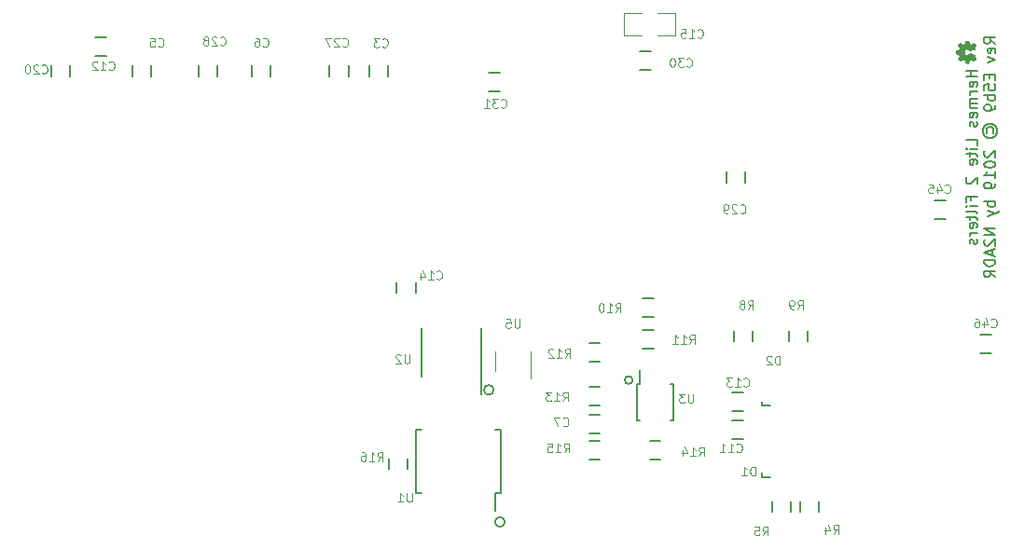
<source format=gbo>
G04 #@! TF.GenerationSoftware,KiCad,Pcbnew,5.0.2-bee76a0~70~ubuntu16.04.1*
G04 #@! TF.CreationDate,2019-08-17T11:50:25-07:00*
G04 #@! TF.ProjectId,n2adr,6e326164-722e-46b6-9963-61645f706362,E5b9*
G04 #@! TF.SameCoordinates,PX3dfd240PY3473bc0*
G04 #@! TF.FileFunction,Legend,Bot*
G04 #@! TF.FilePolarity,Positive*
%FSLAX46Y46*%
G04 Gerber Fmt 4.6, Leading zero omitted, Abs format (unit mm)*
G04 Created by KiCad (PCBNEW 5.0.2-bee76a0~70~ubuntu16.04.1) date Sat 17 Aug 2019 11:50:25 AM PDT*
%MOMM*%
%LPD*%
G01*
G04 APERTURE LIST*
%ADD10C,0.150000*%
%ADD11C,0.200000*%
%ADD12C,0.120000*%
%ADD13C,0.100000*%
%ADD14C,0.002540*%
G04 APERTURE END LIST*
D10*
X92727380Y-6392857D02*
X91727380Y-6392857D01*
X92203571Y-6392857D02*
X92203571Y-6964285D01*
X92727380Y-6964285D02*
X91727380Y-6964285D01*
X92679761Y-7821428D02*
X92727380Y-7726190D01*
X92727380Y-7535714D01*
X92679761Y-7440476D01*
X92584523Y-7392857D01*
X92203571Y-7392857D01*
X92108333Y-7440476D01*
X92060714Y-7535714D01*
X92060714Y-7726190D01*
X92108333Y-7821428D01*
X92203571Y-7869047D01*
X92298809Y-7869047D01*
X92394047Y-7392857D01*
X92727380Y-8297619D02*
X92060714Y-8297619D01*
X92251190Y-8297619D02*
X92155952Y-8345238D01*
X92108333Y-8392857D01*
X92060714Y-8488095D01*
X92060714Y-8583333D01*
X92727380Y-8916666D02*
X92060714Y-8916666D01*
X92155952Y-8916666D02*
X92108333Y-8964285D01*
X92060714Y-9059523D01*
X92060714Y-9202380D01*
X92108333Y-9297619D01*
X92203571Y-9345238D01*
X92727380Y-9345238D01*
X92203571Y-9345238D02*
X92108333Y-9392857D01*
X92060714Y-9488095D01*
X92060714Y-9630952D01*
X92108333Y-9726190D01*
X92203571Y-9773809D01*
X92727380Y-9773809D01*
X92679761Y-10630952D02*
X92727380Y-10535714D01*
X92727380Y-10345238D01*
X92679761Y-10250000D01*
X92584523Y-10202380D01*
X92203571Y-10202380D01*
X92108333Y-10250000D01*
X92060714Y-10345238D01*
X92060714Y-10535714D01*
X92108333Y-10630952D01*
X92203571Y-10678571D01*
X92298809Y-10678571D01*
X92394047Y-10202380D01*
X92679761Y-11059523D02*
X92727380Y-11154761D01*
X92727380Y-11345238D01*
X92679761Y-11440476D01*
X92584523Y-11488095D01*
X92536904Y-11488095D01*
X92441666Y-11440476D01*
X92394047Y-11345238D01*
X92394047Y-11202380D01*
X92346428Y-11107142D01*
X92251190Y-11059523D01*
X92203571Y-11059523D01*
X92108333Y-11107142D01*
X92060714Y-11202380D01*
X92060714Y-11345238D01*
X92108333Y-11440476D01*
X92727380Y-13154761D02*
X92727380Y-12678571D01*
X91727380Y-12678571D01*
X92727380Y-13488095D02*
X92060714Y-13488095D01*
X91727380Y-13488095D02*
X91775000Y-13440476D01*
X91822619Y-13488095D01*
X91775000Y-13535714D01*
X91727380Y-13488095D01*
X91822619Y-13488095D01*
X92060714Y-13821428D02*
X92060714Y-14202380D01*
X91727380Y-13964285D02*
X92584523Y-13964285D01*
X92679761Y-14011904D01*
X92727380Y-14107142D01*
X92727380Y-14202380D01*
X92679761Y-14916666D02*
X92727380Y-14821428D01*
X92727380Y-14630952D01*
X92679761Y-14535714D01*
X92584523Y-14488095D01*
X92203571Y-14488095D01*
X92108333Y-14535714D01*
X92060714Y-14630952D01*
X92060714Y-14821428D01*
X92108333Y-14916666D01*
X92203571Y-14964285D01*
X92298809Y-14964285D01*
X92394047Y-14488095D01*
X91822619Y-16107142D02*
X91775000Y-16154761D01*
X91727380Y-16250000D01*
X91727380Y-16488095D01*
X91775000Y-16583333D01*
X91822619Y-16630952D01*
X91917857Y-16678571D01*
X92013095Y-16678571D01*
X92155952Y-16630952D01*
X92727380Y-16059523D01*
X92727380Y-16678571D01*
X92203571Y-18202380D02*
X92203571Y-17869047D01*
X92727380Y-17869047D02*
X91727380Y-17869047D01*
X91727380Y-18345238D01*
X92727380Y-18726190D02*
X92060714Y-18726190D01*
X91727380Y-18726190D02*
X91775000Y-18678571D01*
X91822619Y-18726190D01*
X91775000Y-18773809D01*
X91727380Y-18726190D01*
X91822619Y-18726190D01*
X92727380Y-19345238D02*
X92679761Y-19250000D01*
X92584523Y-19202380D01*
X91727380Y-19202380D01*
X92060714Y-19583333D02*
X92060714Y-19964285D01*
X91727380Y-19726190D02*
X92584523Y-19726190D01*
X92679761Y-19773809D01*
X92727380Y-19869047D01*
X92727380Y-19964285D01*
X92679761Y-20678571D02*
X92727380Y-20583333D01*
X92727380Y-20392857D01*
X92679761Y-20297619D01*
X92584523Y-20250000D01*
X92203571Y-20250000D01*
X92108333Y-20297619D01*
X92060714Y-20392857D01*
X92060714Y-20583333D01*
X92108333Y-20678571D01*
X92203571Y-20726190D01*
X92298809Y-20726190D01*
X92394047Y-20250000D01*
X92727380Y-21154761D02*
X92060714Y-21154761D01*
X92251190Y-21154761D02*
X92155952Y-21202380D01*
X92108333Y-21250000D01*
X92060714Y-21345238D01*
X92060714Y-21440476D01*
X92679761Y-21726190D02*
X92727380Y-21821428D01*
X92727380Y-22011904D01*
X92679761Y-22107142D01*
X92584523Y-22154761D01*
X92536904Y-22154761D01*
X92441666Y-22107142D01*
X92394047Y-22011904D01*
X92394047Y-21869047D01*
X92346428Y-21773809D01*
X92251190Y-21726190D01*
X92203571Y-21726190D01*
X92108333Y-21773809D01*
X92060714Y-21869047D01*
X92060714Y-22011904D01*
X92108333Y-22107142D01*
X94377380Y-3964285D02*
X93901190Y-3630952D01*
X94377380Y-3392857D02*
X93377380Y-3392857D01*
X93377380Y-3773809D01*
X93425000Y-3869047D01*
X93472619Y-3916666D01*
X93567857Y-3964285D01*
X93710714Y-3964285D01*
X93805952Y-3916666D01*
X93853571Y-3869047D01*
X93901190Y-3773809D01*
X93901190Y-3392857D01*
X94329761Y-4773809D02*
X94377380Y-4678571D01*
X94377380Y-4488095D01*
X94329761Y-4392857D01*
X94234523Y-4345238D01*
X93853571Y-4345238D01*
X93758333Y-4392857D01*
X93710714Y-4488095D01*
X93710714Y-4678571D01*
X93758333Y-4773809D01*
X93853571Y-4821428D01*
X93948809Y-4821428D01*
X94044047Y-4345238D01*
X93710714Y-5154761D02*
X94377380Y-5392857D01*
X93710714Y-5630952D01*
X93853571Y-6773809D02*
X93853571Y-7107142D01*
X94377380Y-7250000D02*
X94377380Y-6773809D01*
X93377380Y-6773809D01*
X93377380Y-7250000D01*
X93377380Y-8154761D02*
X93377380Y-7678571D01*
X93853571Y-7630952D01*
X93805952Y-7678571D01*
X93758333Y-7773809D01*
X93758333Y-8011904D01*
X93805952Y-8107142D01*
X93853571Y-8154761D01*
X93948809Y-8202380D01*
X94186904Y-8202380D01*
X94282142Y-8154761D01*
X94329761Y-8107142D01*
X94377380Y-8011904D01*
X94377380Y-7773809D01*
X94329761Y-7678571D01*
X94282142Y-7630952D01*
X94377380Y-8630952D02*
X93377380Y-8630952D01*
X93758333Y-8630952D02*
X93710714Y-8726190D01*
X93710714Y-8916666D01*
X93758333Y-9011904D01*
X93805952Y-9059523D01*
X93901190Y-9107142D01*
X94186904Y-9107142D01*
X94282142Y-9059523D01*
X94329761Y-9011904D01*
X94377380Y-8916666D01*
X94377380Y-8726190D01*
X94329761Y-8630952D01*
X94377380Y-9583333D02*
X94377380Y-9773809D01*
X94329761Y-9869047D01*
X94282142Y-9916666D01*
X94139285Y-10011904D01*
X93948809Y-10059523D01*
X93567857Y-10059523D01*
X93472619Y-10011904D01*
X93425000Y-9964285D01*
X93377380Y-9869047D01*
X93377380Y-9678571D01*
X93425000Y-9583333D01*
X93472619Y-9535714D01*
X93567857Y-9488095D01*
X93805952Y-9488095D01*
X93901190Y-9535714D01*
X93948809Y-9583333D01*
X93996428Y-9678571D01*
X93996428Y-9869047D01*
X93948809Y-9964285D01*
X93901190Y-10011904D01*
X93805952Y-10059523D01*
X93615476Y-12059523D02*
X93567857Y-11964285D01*
X93567857Y-11773809D01*
X93615476Y-11678571D01*
X93710714Y-11583333D01*
X93805952Y-11535714D01*
X93996428Y-11535714D01*
X94091666Y-11583333D01*
X94186904Y-11678571D01*
X94234523Y-11773809D01*
X94234523Y-11964285D01*
X94186904Y-12059523D01*
X93234523Y-11869047D02*
X93282142Y-11630952D01*
X93425000Y-11392857D01*
X93663095Y-11250000D01*
X93901190Y-11202380D01*
X94139285Y-11250000D01*
X94377380Y-11392857D01*
X94520238Y-11630952D01*
X94567857Y-11869047D01*
X94520238Y-12107142D01*
X94377380Y-12345238D01*
X94139285Y-12488095D01*
X93901190Y-12535714D01*
X93663095Y-12488095D01*
X93425000Y-12345238D01*
X93282142Y-12107142D01*
X93234523Y-11869047D01*
X93472619Y-13678571D02*
X93425000Y-13726190D01*
X93377380Y-13821428D01*
X93377380Y-14059523D01*
X93425000Y-14154761D01*
X93472619Y-14202380D01*
X93567857Y-14250000D01*
X93663095Y-14250000D01*
X93805952Y-14202380D01*
X94377380Y-13630952D01*
X94377380Y-14250000D01*
X93377380Y-14869047D02*
X93377380Y-14964285D01*
X93425000Y-15059523D01*
X93472619Y-15107142D01*
X93567857Y-15154761D01*
X93758333Y-15202380D01*
X93996428Y-15202380D01*
X94186904Y-15154761D01*
X94282142Y-15107142D01*
X94329761Y-15059523D01*
X94377380Y-14964285D01*
X94377380Y-14869047D01*
X94329761Y-14773809D01*
X94282142Y-14726190D01*
X94186904Y-14678571D01*
X93996428Y-14630952D01*
X93758333Y-14630952D01*
X93567857Y-14678571D01*
X93472619Y-14726190D01*
X93425000Y-14773809D01*
X93377380Y-14869047D01*
X94377380Y-16154761D02*
X94377380Y-15583333D01*
X94377380Y-15869047D02*
X93377380Y-15869047D01*
X93520238Y-15773809D01*
X93615476Y-15678571D01*
X93663095Y-15583333D01*
X94377380Y-16630952D02*
X94377380Y-16821428D01*
X94329761Y-16916666D01*
X94282142Y-16964285D01*
X94139285Y-17059523D01*
X93948809Y-17107142D01*
X93567857Y-17107142D01*
X93472619Y-17059523D01*
X93425000Y-17011904D01*
X93377380Y-16916666D01*
X93377380Y-16726190D01*
X93425000Y-16630952D01*
X93472619Y-16583333D01*
X93567857Y-16535714D01*
X93805952Y-16535714D01*
X93901190Y-16583333D01*
X93948809Y-16630952D01*
X93996428Y-16726190D01*
X93996428Y-16916666D01*
X93948809Y-17011904D01*
X93901190Y-17059523D01*
X93805952Y-17107142D01*
X94377380Y-18297619D02*
X93377380Y-18297619D01*
X93758333Y-18297619D02*
X93710714Y-18392857D01*
X93710714Y-18583333D01*
X93758333Y-18678571D01*
X93805952Y-18726190D01*
X93901190Y-18773809D01*
X94186904Y-18773809D01*
X94282142Y-18726190D01*
X94329761Y-18678571D01*
X94377380Y-18583333D01*
X94377380Y-18392857D01*
X94329761Y-18297619D01*
X93710714Y-19107142D02*
X94377380Y-19345238D01*
X93710714Y-19583333D02*
X94377380Y-19345238D01*
X94615476Y-19249999D01*
X94663095Y-19202380D01*
X94710714Y-19107142D01*
X94377380Y-20726190D02*
X93377380Y-20726190D01*
X94377380Y-21297619D01*
X93377380Y-21297619D01*
X93472619Y-21726190D02*
X93425000Y-21773809D01*
X93377380Y-21869047D01*
X93377380Y-22107142D01*
X93425000Y-22202380D01*
X93472619Y-22249999D01*
X93567857Y-22297619D01*
X93663095Y-22297619D01*
X93805952Y-22249999D01*
X94377380Y-21678571D01*
X94377380Y-22297619D01*
X94091666Y-22678571D02*
X94091666Y-23154761D01*
X94377380Y-22583333D02*
X93377380Y-22916666D01*
X94377380Y-23249999D01*
X94377380Y-23583333D02*
X93377380Y-23583333D01*
X93377380Y-23821428D01*
X93425000Y-23964285D01*
X93520238Y-24059523D01*
X93615476Y-24107142D01*
X93805952Y-24154761D01*
X93948809Y-24154761D01*
X94139285Y-24107142D01*
X94234523Y-24059523D01*
X94329761Y-23964285D01*
X94377380Y-23821428D01*
X94377380Y-23583333D01*
X94377380Y-25154761D02*
X93901190Y-24821428D01*
X94377380Y-24583333D02*
X93377380Y-24583333D01*
X93377380Y-24964285D01*
X93425000Y-25059523D01*
X93472619Y-25107142D01*
X93567857Y-25154761D01*
X93710714Y-25154761D01*
X93805952Y-25107142D01*
X93853571Y-25059523D01*
X93901190Y-24964285D01*
X93901190Y-24583333D01*
D11*
X48847214Y-35400000D02*
G75*
G03X48847214Y-35400000I-447214J0D01*
G01*
X49847214Y-47400000D02*
G75*
G03X49847214Y-47400000I-447214J0D01*
G01*
X61460555Y-34500000D02*
G75*
G03X61460555Y-34500000I-360555J0D01*
G01*
D10*
G04 #@! TO.C,C3*
X37550000Y-6900000D02*
X37550000Y-5900000D01*
X39250000Y-5900000D02*
X39250000Y-6900000D01*
G04 #@! TO.C,C5*
X16050000Y-6900000D02*
X16050000Y-5900000D01*
X17750000Y-5900000D02*
X17750000Y-6900000D01*
G04 #@! TO.C,C6*
X26850000Y-6900000D02*
X26850000Y-5900000D01*
X28550000Y-5900000D02*
X28550000Y-6900000D01*
G04 #@! TO.C,C11*
X70500000Y-38150000D02*
X71500000Y-38150000D01*
X71500000Y-39850000D02*
X70500000Y-39850000D01*
G04 #@! TO.C,C13*
X70500000Y-35650000D02*
X71500000Y-35650000D01*
X71500000Y-37350000D02*
X70500000Y-37350000D01*
G04 #@! TO.C,C14*
X40050000Y-26600000D02*
X40050000Y-25600000D01*
X41750000Y-25600000D02*
X41750000Y-26600000D01*
G04 #@! TO.C,R5*
X75850000Y-45500000D02*
X75850000Y-46500000D01*
X74150000Y-46500000D02*
X74150000Y-45500000D01*
G04 #@! TO.C,R8*
X70650000Y-31000000D02*
X70650000Y-30000000D01*
X72350000Y-30000000D02*
X72350000Y-31000000D01*
G04 #@! TO.C,C27*
X33950000Y-6900000D02*
X33950000Y-5900000D01*
X35650000Y-5900000D02*
X35650000Y-6900000D01*
G04 #@! TO.C,C28*
X22050000Y-6900000D02*
X22050000Y-5900000D01*
X23750000Y-5900000D02*
X23750000Y-6900000D01*
G04 #@! TO.C,C29*
X71650000Y-15600000D02*
X71650000Y-16600000D01*
X69950000Y-16600000D02*
X69950000Y-15600000D01*
G04 #@! TO.C,C30*
X62100000Y-4650000D02*
X63100000Y-4650000D01*
X63100000Y-6350000D02*
X62100000Y-6350000D01*
G04 #@! TO.C,C31*
X48400000Y-6550000D02*
X49400000Y-6550000D01*
X49400000Y-8250000D02*
X48400000Y-8250000D01*
G04 #@! TO.C,U1*
X49475000Y-44775000D02*
X49025000Y-44775000D01*
X49475000Y-39025000D02*
X49025000Y-39025000D01*
X41825000Y-39025000D02*
X42275000Y-39025000D01*
X41825000Y-44775000D02*
X42275000Y-44775000D01*
X49475000Y-44775000D02*
X49475000Y-39025000D01*
X41825000Y-44775000D02*
X41825000Y-39025000D01*
X49025000Y-44775000D02*
X49025000Y-46375000D01*
G04 #@! TO.C,U2*
X42275000Y-34200000D02*
X42275000Y-29800000D01*
X47725000Y-35775000D02*
X47725000Y-29800000D01*
G04 #@! TO.C,C20*
X8650000Y-6900000D02*
X8650000Y-5900000D01*
X10350000Y-5900000D02*
X10350000Y-6900000D01*
G04 #@! TO.C,D1*
X73930280Y-43341500D02*
X73221620Y-43341500D01*
X73221620Y-43341500D02*
X73221620Y-42940180D01*
G04 #@! TO.C,D2*
X73930280Y-36841500D02*
X73221620Y-36841500D01*
X73221620Y-36841500D02*
X73221620Y-36440180D01*
G04 #@! TO.C,R4*
X78350000Y-45500000D02*
X78350000Y-46500000D01*
X76650000Y-46500000D02*
X76650000Y-45500000D01*
G04 #@! TO.C,R9*
X77350000Y-30000000D02*
X77350000Y-31000000D01*
X75650000Y-31000000D02*
X75650000Y-30000000D01*
G04 #@! TO.C,R10*
X63400000Y-28750000D02*
X62400000Y-28750000D01*
X62400000Y-27050000D02*
X63400000Y-27050000D01*
G04 #@! TO.C,R11*
X62400000Y-29950000D02*
X63400000Y-29950000D01*
X63400000Y-31650000D02*
X62400000Y-31650000D01*
G04 #@! TO.C,R12*
X57500000Y-31150000D02*
X58500000Y-31150000D01*
X58500000Y-32850000D02*
X57500000Y-32850000D01*
G04 #@! TO.C,R13*
X58500000Y-36850000D02*
X57500000Y-36850000D01*
X57500000Y-35150000D02*
X58500000Y-35150000D01*
G04 #@! TO.C,R14*
X63000000Y-40050000D02*
X64000000Y-40050000D01*
X64000000Y-41750000D02*
X63000000Y-41750000D01*
G04 #@! TO.C,R15*
X57500000Y-40050000D02*
X58500000Y-40050000D01*
X58500000Y-41750000D02*
X57500000Y-41750000D01*
G04 #@! TO.C,U3*
X61825000Y-34825000D02*
X62075000Y-34825000D01*
X61825000Y-38175000D02*
X62075000Y-38175000D01*
X65175000Y-38175000D02*
X64925000Y-38175000D01*
X65175000Y-34825000D02*
X64925000Y-34825000D01*
X61825000Y-34825000D02*
X61825000Y-38175000D01*
X65175000Y-34825000D02*
X65175000Y-38175000D01*
X62075000Y-34825000D02*
X62075000Y-33575000D01*
G04 #@! TO.C,C45*
X88900000Y-18150000D02*
X89900000Y-18150000D01*
X89900000Y-19850000D02*
X88900000Y-19850000D01*
G04 #@! TO.C,C46*
X93000000Y-30350000D02*
X94000000Y-30350000D01*
X94000000Y-32050000D02*
X93000000Y-32050000D01*
G04 #@! TO.C,C7*
X58500000Y-39350000D02*
X57500000Y-39350000D01*
X57500000Y-37650000D02*
X58500000Y-37650000D01*
D12*
G04 #@! TO.C,U5*
X48990000Y-33700000D02*
X48990000Y-31900000D01*
X52210000Y-31900000D02*
X52210000Y-34350000D01*
D10*
G04 #@! TO.C,C12*
X13700000Y-5050000D02*
X12700000Y-5050000D01*
X12700000Y-3350000D02*
X13700000Y-3350000D01*
D13*
G04 #@! TO.C,C15*
X62300000Y-3200000D02*
X60700000Y-3200000D01*
X60700000Y-3200000D02*
X60700000Y-1200000D01*
X60700000Y-1200000D02*
X62300000Y-1200000D01*
X63700000Y-1200000D02*
X65300000Y-1200000D01*
X65300000Y-1200000D02*
X65300000Y-3200000D01*
X65300000Y-3200000D02*
X63700000Y-3200000D01*
D10*
G04 #@! TO.C,R16*
X41050000Y-41600000D02*
X41050000Y-42600000D01*
X39350000Y-42600000D02*
X39350000Y-41600000D01*
D14*
G04 #@! TO.C,G\002A\002A\002A*
G36*
X92596620Y-5304520D02*
X92591540Y-5294360D01*
X92576300Y-5271500D01*
X92555980Y-5238480D01*
X92528040Y-5197840D01*
X92502640Y-5159740D01*
X92479780Y-5126720D01*
X92464540Y-5103860D01*
X92459460Y-5093700D01*
X92462000Y-5088620D01*
X92472160Y-5070840D01*
X92484860Y-5042900D01*
X92492480Y-5027660D01*
X92505180Y-5002260D01*
X92507720Y-4989560D01*
X92502640Y-4987020D01*
X92484860Y-4976860D01*
X92451840Y-4964160D01*
X92408660Y-4943840D01*
X92357860Y-4923520D01*
X92301980Y-4900660D01*
X92246100Y-4877800D01*
X92192760Y-4854940D01*
X92144500Y-4834620D01*
X92106400Y-4819380D01*
X92078460Y-4809220D01*
X92068300Y-4804140D01*
X92065760Y-4806680D01*
X92053060Y-4819380D01*
X92037820Y-4839700D01*
X91997180Y-4887960D01*
X91938760Y-4933680D01*
X91872720Y-4964160D01*
X91799060Y-4971780D01*
X91733020Y-4964160D01*
X91669520Y-4938760D01*
X91608560Y-4893040D01*
X91565380Y-4837160D01*
X91537440Y-4771120D01*
X91529820Y-4700000D01*
X91537440Y-4631420D01*
X91562840Y-4565380D01*
X91608560Y-4504420D01*
X91636500Y-4481560D01*
X91697460Y-4446000D01*
X91758420Y-4425680D01*
X91773660Y-4425680D01*
X91844780Y-4428220D01*
X91913360Y-4448540D01*
X91971780Y-4484100D01*
X92022580Y-4537440D01*
X92027660Y-4542520D01*
X92045440Y-4567920D01*
X92055600Y-4583160D01*
X92065760Y-4595860D01*
X92281660Y-4506960D01*
X92317220Y-4491720D01*
X92375640Y-4466320D01*
X92426440Y-4446000D01*
X92467080Y-4428220D01*
X92492480Y-4415520D01*
X92505180Y-4410440D01*
X92505180Y-4402820D01*
X92500100Y-4387580D01*
X92484860Y-4357100D01*
X92474700Y-4336780D01*
X92464540Y-4313920D01*
X92459460Y-4303760D01*
X92464540Y-4293600D01*
X92479780Y-4273280D01*
X92500100Y-4240260D01*
X92525500Y-4202160D01*
X92550900Y-4166600D01*
X92573760Y-4131040D01*
X92589000Y-4108180D01*
X92596620Y-4095480D01*
X92596620Y-4092940D01*
X92589000Y-4082780D01*
X92573760Y-4062460D01*
X92545820Y-4034520D01*
X92505180Y-3993880D01*
X92500100Y-3986260D01*
X92464540Y-3953240D01*
X92434060Y-3925300D01*
X92413740Y-3904980D01*
X92406120Y-3899900D01*
X92393420Y-3904980D01*
X92368020Y-3920220D01*
X92335000Y-3943080D01*
X92294360Y-3971020D01*
X92190220Y-4042140D01*
X92093700Y-4001500D01*
X92063220Y-3991340D01*
X92027660Y-3976100D01*
X92002260Y-3963400D01*
X91989560Y-3958320D01*
X91987020Y-3948160D01*
X91979400Y-3920220D01*
X91971780Y-3882120D01*
X91964160Y-3836400D01*
X91954000Y-3790680D01*
X91946380Y-3752580D01*
X91941300Y-3722100D01*
X91938760Y-3709400D01*
X91936220Y-3706860D01*
X91931140Y-3704320D01*
X91918440Y-3701780D01*
X91893040Y-3701780D01*
X91854940Y-3701780D01*
X91799060Y-3701780D01*
X91793980Y-3701780D01*
X91740640Y-3701780D01*
X91700000Y-3701780D01*
X91674600Y-3704320D01*
X91664440Y-3706860D01*
X91659360Y-3719560D01*
X91654280Y-3747500D01*
X91646660Y-3785600D01*
X91636500Y-3833860D01*
X91636500Y-3836400D01*
X91628880Y-3884660D01*
X91618720Y-3922760D01*
X91613640Y-3950700D01*
X91608560Y-3963400D01*
X91606020Y-3965940D01*
X91588240Y-3976100D01*
X91557760Y-3988800D01*
X91522200Y-4004040D01*
X91486640Y-4019280D01*
X91451080Y-4034520D01*
X91428220Y-4042140D01*
X91415520Y-4044680D01*
X91405360Y-4037060D01*
X91379960Y-4021820D01*
X91346940Y-3998960D01*
X91306300Y-3971020D01*
X91301220Y-3968480D01*
X91263120Y-3940540D01*
X91227560Y-3920220D01*
X91204700Y-3904980D01*
X91194540Y-3899900D01*
X91192000Y-3899900D01*
X91181840Y-3907520D01*
X91158980Y-3927840D01*
X91128500Y-3958320D01*
X91092940Y-3993880D01*
X91082780Y-4004040D01*
X91044680Y-4042140D01*
X91019280Y-4070080D01*
X91006580Y-4087860D01*
X91001500Y-4095480D01*
X91004040Y-4095480D01*
X91009120Y-4108180D01*
X91026900Y-4133580D01*
X91049760Y-4166600D01*
X91077700Y-4207240D01*
X91080240Y-4209780D01*
X91105640Y-4250420D01*
X91128500Y-4283440D01*
X91143740Y-4306300D01*
X91151360Y-4316460D01*
X91151360Y-4319000D01*
X91146280Y-4334240D01*
X91136120Y-4364720D01*
X91123420Y-4397740D01*
X91108180Y-4435840D01*
X91092940Y-4468860D01*
X91082780Y-4494260D01*
X91075160Y-4506960D01*
X91059920Y-4512040D01*
X91029440Y-4517120D01*
X90988800Y-4527280D01*
X90940540Y-4534900D01*
X90932920Y-4537440D01*
X90884660Y-4545060D01*
X90846560Y-4552680D01*
X90818620Y-4560300D01*
X90805920Y-4562840D01*
X90805920Y-4567920D01*
X90803380Y-4593320D01*
X90803380Y-4628880D01*
X90803380Y-4672060D01*
X90803380Y-4715240D01*
X90803380Y-4758420D01*
X90805920Y-4796520D01*
X90805920Y-4821920D01*
X90808460Y-4834620D01*
X90811000Y-4834620D01*
X90823700Y-4839700D01*
X90854180Y-4844780D01*
X90894820Y-4854940D01*
X90945620Y-4862560D01*
X90953240Y-4865100D01*
X91001500Y-4872720D01*
X91039600Y-4882880D01*
X91067540Y-4887960D01*
X91077700Y-4890500D01*
X91080240Y-4895580D01*
X91087860Y-4913360D01*
X91100560Y-4946380D01*
X91118340Y-4987020D01*
X91153900Y-5078460D01*
X91077700Y-5190220D01*
X91070080Y-5200380D01*
X91042140Y-5241020D01*
X91021820Y-5274040D01*
X91006580Y-5296900D01*
X91001500Y-5307060D01*
X91011660Y-5317220D01*
X91031980Y-5340080D01*
X91062460Y-5370560D01*
X91095480Y-5406120D01*
X91123420Y-5431520D01*
X91153900Y-5462000D01*
X91174220Y-5482320D01*
X91189460Y-5492480D01*
X91197080Y-5497560D01*
X91202160Y-5495020D01*
X91214860Y-5489940D01*
X91237720Y-5472160D01*
X91273280Y-5449300D01*
X91311380Y-5421360D01*
X91346940Y-5398500D01*
X91382500Y-5375640D01*
X91410440Y-5360400D01*
X91423140Y-5352780D01*
X91428220Y-5355320D01*
X91451080Y-5362940D01*
X91484100Y-5375640D01*
X91524740Y-5393420D01*
X91613640Y-5431520D01*
X91623800Y-5489940D01*
X91631420Y-5525500D01*
X91639040Y-5576300D01*
X91649200Y-5622020D01*
X91664440Y-5695680D01*
X91931140Y-5698220D01*
X91936220Y-5688060D01*
X91941300Y-5675360D01*
X91946380Y-5649960D01*
X91954000Y-5609320D01*
X91961620Y-5563600D01*
X91969240Y-5525500D01*
X91976860Y-5484860D01*
X91981940Y-5456920D01*
X91984480Y-5444220D01*
X91989560Y-5441680D01*
X92009880Y-5431520D01*
X92040360Y-5416280D01*
X92075920Y-5401040D01*
X92114020Y-5385800D01*
X92149580Y-5373100D01*
X92174980Y-5362940D01*
X92190220Y-5357860D01*
X92200380Y-5362940D01*
X92223240Y-5378180D01*
X92256260Y-5401040D01*
X92294360Y-5426440D01*
X92335000Y-5454380D01*
X92368020Y-5477240D01*
X92393420Y-5492480D01*
X92403580Y-5500100D01*
X92411200Y-5495020D01*
X92428980Y-5479780D01*
X92459460Y-5451840D01*
X92505180Y-5406120D01*
X92510260Y-5398500D01*
X92545820Y-5365480D01*
X92571220Y-5335000D01*
X92591540Y-5314680D01*
X92596620Y-5304520D01*
X92596620Y-5304520D01*
G37*
X92596620Y-5304520D02*
X92591540Y-5294360D01*
X92576300Y-5271500D01*
X92555980Y-5238480D01*
X92528040Y-5197840D01*
X92502640Y-5159740D01*
X92479780Y-5126720D01*
X92464540Y-5103860D01*
X92459460Y-5093700D01*
X92462000Y-5088620D01*
X92472160Y-5070840D01*
X92484860Y-5042900D01*
X92492480Y-5027660D01*
X92505180Y-5002260D01*
X92507720Y-4989560D01*
X92502640Y-4987020D01*
X92484860Y-4976860D01*
X92451840Y-4964160D01*
X92408660Y-4943840D01*
X92357860Y-4923520D01*
X92301980Y-4900660D01*
X92246100Y-4877800D01*
X92192760Y-4854940D01*
X92144500Y-4834620D01*
X92106400Y-4819380D01*
X92078460Y-4809220D01*
X92068300Y-4804140D01*
X92065760Y-4806680D01*
X92053060Y-4819380D01*
X92037820Y-4839700D01*
X91997180Y-4887960D01*
X91938760Y-4933680D01*
X91872720Y-4964160D01*
X91799060Y-4971780D01*
X91733020Y-4964160D01*
X91669520Y-4938760D01*
X91608560Y-4893040D01*
X91565380Y-4837160D01*
X91537440Y-4771120D01*
X91529820Y-4700000D01*
X91537440Y-4631420D01*
X91562840Y-4565380D01*
X91608560Y-4504420D01*
X91636500Y-4481560D01*
X91697460Y-4446000D01*
X91758420Y-4425680D01*
X91773660Y-4425680D01*
X91844780Y-4428220D01*
X91913360Y-4448540D01*
X91971780Y-4484100D01*
X92022580Y-4537440D01*
X92027660Y-4542520D01*
X92045440Y-4567920D01*
X92055600Y-4583160D01*
X92065760Y-4595860D01*
X92281660Y-4506960D01*
X92317220Y-4491720D01*
X92375640Y-4466320D01*
X92426440Y-4446000D01*
X92467080Y-4428220D01*
X92492480Y-4415520D01*
X92505180Y-4410440D01*
X92505180Y-4402820D01*
X92500100Y-4387580D01*
X92484860Y-4357100D01*
X92474700Y-4336780D01*
X92464540Y-4313920D01*
X92459460Y-4303760D01*
X92464540Y-4293600D01*
X92479780Y-4273280D01*
X92500100Y-4240260D01*
X92525500Y-4202160D01*
X92550900Y-4166600D01*
X92573760Y-4131040D01*
X92589000Y-4108180D01*
X92596620Y-4095480D01*
X92596620Y-4092940D01*
X92589000Y-4082780D01*
X92573760Y-4062460D01*
X92545820Y-4034520D01*
X92505180Y-3993880D01*
X92500100Y-3986260D01*
X92464540Y-3953240D01*
X92434060Y-3925300D01*
X92413740Y-3904980D01*
X92406120Y-3899900D01*
X92393420Y-3904980D01*
X92368020Y-3920220D01*
X92335000Y-3943080D01*
X92294360Y-3971020D01*
X92190220Y-4042140D01*
X92093700Y-4001500D01*
X92063220Y-3991340D01*
X92027660Y-3976100D01*
X92002260Y-3963400D01*
X91989560Y-3958320D01*
X91987020Y-3948160D01*
X91979400Y-3920220D01*
X91971780Y-3882120D01*
X91964160Y-3836400D01*
X91954000Y-3790680D01*
X91946380Y-3752580D01*
X91941300Y-3722100D01*
X91938760Y-3709400D01*
X91936220Y-3706860D01*
X91931140Y-3704320D01*
X91918440Y-3701780D01*
X91893040Y-3701780D01*
X91854940Y-3701780D01*
X91799060Y-3701780D01*
X91793980Y-3701780D01*
X91740640Y-3701780D01*
X91700000Y-3701780D01*
X91674600Y-3704320D01*
X91664440Y-3706860D01*
X91659360Y-3719560D01*
X91654280Y-3747500D01*
X91646660Y-3785600D01*
X91636500Y-3833860D01*
X91636500Y-3836400D01*
X91628880Y-3884660D01*
X91618720Y-3922760D01*
X91613640Y-3950700D01*
X91608560Y-3963400D01*
X91606020Y-3965940D01*
X91588240Y-3976100D01*
X91557760Y-3988800D01*
X91522200Y-4004040D01*
X91486640Y-4019280D01*
X91451080Y-4034520D01*
X91428220Y-4042140D01*
X91415520Y-4044680D01*
X91405360Y-4037060D01*
X91379960Y-4021820D01*
X91346940Y-3998960D01*
X91306300Y-3971020D01*
X91301220Y-3968480D01*
X91263120Y-3940540D01*
X91227560Y-3920220D01*
X91204700Y-3904980D01*
X91194540Y-3899900D01*
X91192000Y-3899900D01*
X91181840Y-3907520D01*
X91158980Y-3927840D01*
X91128500Y-3958320D01*
X91092940Y-3993880D01*
X91082780Y-4004040D01*
X91044680Y-4042140D01*
X91019280Y-4070080D01*
X91006580Y-4087860D01*
X91001500Y-4095480D01*
X91004040Y-4095480D01*
X91009120Y-4108180D01*
X91026900Y-4133580D01*
X91049760Y-4166600D01*
X91077700Y-4207240D01*
X91080240Y-4209780D01*
X91105640Y-4250420D01*
X91128500Y-4283440D01*
X91143740Y-4306300D01*
X91151360Y-4316460D01*
X91151360Y-4319000D01*
X91146280Y-4334240D01*
X91136120Y-4364720D01*
X91123420Y-4397740D01*
X91108180Y-4435840D01*
X91092940Y-4468860D01*
X91082780Y-4494260D01*
X91075160Y-4506960D01*
X91059920Y-4512040D01*
X91029440Y-4517120D01*
X90988800Y-4527280D01*
X90940540Y-4534900D01*
X90932920Y-4537440D01*
X90884660Y-4545060D01*
X90846560Y-4552680D01*
X90818620Y-4560300D01*
X90805920Y-4562840D01*
X90805920Y-4567920D01*
X90803380Y-4593320D01*
X90803380Y-4628880D01*
X90803380Y-4672060D01*
X90803380Y-4715240D01*
X90803380Y-4758420D01*
X90805920Y-4796520D01*
X90805920Y-4821920D01*
X90808460Y-4834620D01*
X90811000Y-4834620D01*
X90823700Y-4839700D01*
X90854180Y-4844780D01*
X90894820Y-4854940D01*
X90945620Y-4862560D01*
X90953240Y-4865100D01*
X91001500Y-4872720D01*
X91039600Y-4882880D01*
X91067540Y-4887960D01*
X91077700Y-4890500D01*
X91080240Y-4895580D01*
X91087860Y-4913360D01*
X91100560Y-4946380D01*
X91118340Y-4987020D01*
X91153900Y-5078460D01*
X91077700Y-5190220D01*
X91070080Y-5200380D01*
X91042140Y-5241020D01*
X91021820Y-5274040D01*
X91006580Y-5296900D01*
X91001500Y-5307060D01*
X91011660Y-5317220D01*
X91031980Y-5340080D01*
X91062460Y-5370560D01*
X91095480Y-5406120D01*
X91123420Y-5431520D01*
X91153900Y-5462000D01*
X91174220Y-5482320D01*
X91189460Y-5492480D01*
X91197080Y-5497560D01*
X91202160Y-5495020D01*
X91214860Y-5489940D01*
X91237720Y-5472160D01*
X91273280Y-5449300D01*
X91311380Y-5421360D01*
X91346940Y-5398500D01*
X91382500Y-5375640D01*
X91410440Y-5360400D01*
X91423140Y-5352780D01*
X91428220Y-5355320D01*
X91451080Y-5362940D01*
X91484100Y-5375640D01*
X91524740Y-5393420D01*
X91613640Y-5431520D01*
X91623800Y-5489940D01*
X91631420Y-5525500D01*
X91639040Y-5576300D01*
X91649200Y-5622020D01*
X91664440Y-5695680D01*
X91931140Y-5698220D01*
X91936220Y-5688060D01*
X91941300Y-5675360D01*
X91946380Y-5649960D01*
X91954000Y-5609320D01*
X91961620Y-5563600D01*
X91969240Y-5525500D01*
X91976860Y-5484860D01*
X91981940Y-5456920D01*
X91984480Y-5444220D01*
X91989560Y-5441680D01*
X92009880Y-5431520D01*
X92040360Y-5416280D01*
X92075920Y-5401040D01*
X92114020Y-5385800D01*
X92149580Y-5373100D01*
X92174980Y-5362940D01*
X92190220Y-5357860D01*
X92200380Y-5362940D01*
X92223240Y-5378180D01*
X92256260Y-5401040D01*
X92294360Y-5426440D01*
X92335000Y-5454380D01*
X92368020Y-5477240D01*
X92393420Y-5492480D01*
X92403580Y-5500100D01*
X92411200Y-5495020D01*
X92428980Y-5479780D01*
X92459460Y-5451840D01*
X92505180Y-5406120D01*
X92510260Y-5398500D01*
X92545820Y-5365480D01*
X92571220Y-5335000D01*
X92591540Y-5314680D01*
X92596620Y-5304520D01*
G04 #@! TO.C,C3*
D13*
X38733333Y-4185714D02*
X38771428Y-4223809D01*
X38885714Y-4261904D01*
X38961904Y-4261904D01*
X39076190Y-4223809D01*
X39152380Y-4147619D01*
X39190476Y-4071428D01*
X39228571Y-3919047D01*
X39228571Y-3804761D01*
X39190476Y-3652380D01*
X39152380Y-3576190D01*
X39076190Y-3500000D01*
X38961904Y-3461904D01*
X38885714Y-3461904D01*
X38771428Y-3500000D01*
X38733333Y-3538095D01*
X38466666Y-3461904D02*
X37971428Y-3461904D01*
X38238095Y-3766666D01*
X38123809Y-3766666D01*
X38047619Y-3804761D01*
X38009523Y-3842857D01*
X37971428Y-3919047D01*
X37971428Y-4109523D01*
X38009523Y-4185714D01*
X38047619Y-4223809D01*
X38123809Y-4261904D01*
X38352380Y-4261904D01*
X38428571Y-4223809D01*
X38466666Y-4185714D01*
G04 #@! TO.C,C5*
X18383333Y-4135714D02*
X18421428Y-4173809D01*
X18535714Y-4211904D01*
X18611904Y-4211904D01*
X18726190Y-4173809D01*
X18802380Y-4097619D01*
X18840476Y-4021428D01*
X18878571Y-3869047D01*
X18878571Y-3754761D01*
X18840476Y-3602380D01*
X18802380Y-3526190D01*
X18726190Y-3450000D01*
X18611904Y-3411904D01*
X18535714Y-3411904D01*
X18421428Y-3450000D01*
X18383333Y-3488095D01*
X17659523Y-3411904D02*
X18040476Y-3411904D01*
X18078571Y-3792857D01*
X18040476Y-3754761D01*
X17964285Y-3716666D01*
X17773809Y-3716666D01*
X17697619Y-3754761D01*
X17659523Y-3792857D01*
X17621428Y-3869047D01*
X17621428Y-4059523D01*
X17659523Y-4135714D01*
X17697619Y-4173809D01*
X17773809Y-4211904D01*
X17964285Y-4211904D01*
X18040476Y-4173809D01*
X18078571Y-4135714D01*
G04 #@! TO.C,C6*
X27883333Y-4135714D02*
X27921428Y-4173809D01*
X28035714Y-4211904D01*
X28111904Y-4211904D01*
X28226190Y-4173809D01*
X28302380Y-4097619D01*
X28340476Y-4021428D01*
X28378571Y-3869047D01*
X28378571Y-3754761D01*
X28340476Y-3602380D01*
X28302380Y-3526190D01*
X28226190Y-3450000D01*
X28111904Y-3411904D01*
X28035714Y-3411904D01*
X27921428Y-3450000D01*
X27883333Y-3488095D01*
X27197619Y-3411904D02*
X27350000Y-3411904D01*
X27426190Y-3450000D01*
X27464285Y-3488095D01*
X27540476Y-3602380D01*
X27578571Y-3754761D01*
X27578571Y-4059523D01*
X27540476Y-4135714D01*
X27502380Y-4173809D01*
X27426190Y-4211904D01*
X27273809Y-4211904D01*
X27197619Y-4173809D01*
X27159523Y-4135714D01*
X27121428Y-4059523D01*
X27121428Y-3869047D01*
X27159523Y-3792857D01*
X27197619Y-3754761D01*
X27273809Y-3716666D01*
X27426190Y-3716666D01*
X27502380Y-3754761D01*
X27540476Y-3792857D01*
X27578571Y-3869047D01*
G04 #@! TO.C,C11*
X70914285Y-40985714D02*
X70952380Y-41023809D01*
X71066666Y-41061904D01*
X71142857Y-41061904D01*
X71257142Y-41023809D01*
X71333333Y-40947619D01*
X71371428Y-40871428D01*
X71409523Y-40719047D01*
X71409523Y-40604761D01*
X71371428Y-40452380D01*
X71333333Y-40376190D01*
X71257142Y-40300000D01*
X71142857Y-40261904D01*
X71066666Y-40261904D01*
X70952380Y-40300000D01*
X70914285Y-40338095D01*
X70152380Y-41061904D02*
X70609523Y-41061904D01*
X70380952Y-41061904D02*
X70380952Y-40261904D01*
X70457142Y-40376190D01*
X70533333Y-40452380D01*
X70609523Y-40490476D01*
X69390476Y-41061904D02*
X69847619Y-41061904D01*
X69619047Y-41061904D02*
X69619047Y-40261904D01*
X69695238Y-40376190D01*
X69771428Y-40452380D01*
X69847619Y-40490476D01*
G04 #@! TO.C,C13*
X71514285Y-35035714D02*
X71552380Y-35073809D01*
X71666666Y-35111904D01*
X71742857Y-35111904D01*
X71857142Y-35073809D01*
X71933333Y-34997619D01*
X71971428Y-34921428D01*
X72009523Y-34769047D01*
X72009523Y-34654761D01*
X71971428Y-34502380D01*
X71933333Y-34426190D01*
X71857142Y-34350000D01*
X71742857Y-34311904D01*
X71666666Y-34311904D01*
X71552380Y-34350000D01*
X71514285Y-34388095D01*
X70752380Y-35111904D02*
X71209523Y-35111904D01*
X70980952Y-35111904D02*
X70980952Y-34311904D01*
X71057142Y-34426190D01*
X71133333Y-34502380D01*
X71209523Y-34540476D01*
X70485714Y-34311904D02*
X69990476Y-34311904D01*
X70257142Y-34616666D01*
X70142857Y-34616666D01*
X70066666Y-34654761D01*
X70028571Y-34692857D01*
X69990476Y-34769047D01*
X69990476Y-34959523D01*
X70028571Y-35035714D01*
X70066666Y-35073809D01*
X70142857Y-35111904D01*
X70371428Y-35111904D01*
X70447619Y-35073809D01*
X70485714Y-35035714D01*
G04 #@! TO.C,C14*
X43664285Y-25285714D02*
X43702380Y-25323809D01*
X43816666Y-25361904D01*
X43892857Y-25361904D01*
X44007142Y-25323809D01*
X44083333Y-25247619D01*
X44121428Y-25171428D01*
X44159523Y-25019047D01*
X44159523Y-24904761D01*
X44121428Y-24752380D01*
X44083333Y-24676190D01*
X44007142Y-24600000D01*
X43892857Y-24561904D01*
X43816666Y-24561904D01*
X43702380Y-24600000D01*
X43664285Y-24638095D01*
X42902380Y-25361904D02*
X43359523Y-25361904D01*
X43130952Y-25361904D02*
X43130952Y-24561904D01*
X43207142Y-24676190D01*
X43283333Y-24752380D01*
X43359523Y-24790476D01*
X42216666Y-24828571D02*
X42216666Y-25361904D01*
X42407142Y-24523809D02*
X42597619Y-25095238D01*
X42102380Y-25095238D01*
G04 #@! TO.C,R5*
X73283333Y-48611904D02*
X73550000Y-48230952D01*
X73740476Y-48611904D02*
X73740476Y-47811904D01*
X73435714Y-47811904D01*
X73359523Y-47850000D01*
X73321428Y-47888095D01*
X73283333Y-47964285D01*
X73283333Y-48078571D01*
X73321428Y-48154761D01*
X73359523Y-48192857D01*
X73435714Y-48230952D01*
X73740476Y-48230952D01*
X72559523Y-47811904D02*
X72940476Y-47811904D01*
X72978571Y-48192857D01*
X72940476Y-48154761D01*
X72864285Y-48116666D01*
X72673809Y-48116666D01*
X72597619Y-48154761D01*
X72559523Y-48192857D01*
X72521428Y-48269047D01*
X72521428Y-48459523D01*
X72559523Y-48535714D01*
X72597619Y-48573809D01*
X72673809Y-48611904D01*
X72864285Y-48611904D01*
X72940476Y-48573809D01*
X72978571Y-48535714D01*
G04 #@! TO.C,R8*
X71933333Y-28061904D02*
X72200000Y-27680952D01*
X72390476Y-28061904D02*
X72390476Y-27261904D01*
X72085714Y-27261904D01*
X72009523Y-27300000D01*
X71971428Y-27338095D01*
X71933333Y-27414285D01*
X71933333Y-27528571D01*
X71971428Y-27604761D01*
X72009523Y-27642857D01*
X72085714Y-27680952D01*
X72390476Y-27680952D01*
X71476190Y-27604761D02*
X71552380Y-27566666D01*
X71590476Y-27528571D01*
X71628571Y-27452380D01*
X71628571Y-27414285D01*
X71590476Y-27338095D01*
X71552380Y-27300000D01*
X71476190Y-27261904D01*
X71323809Y-27261904D01*
X71247619Y-27300000D01*
X71209523Y-27338095D01*
X71171428Y-27414285D01*
X71171428Y-27452380D01*
X71209523Y-27528571D01*
X71247619Y-27566666D01*
X71323809Y-27604761D01*
X71476190Y-27604761D01*
X71552380Y-27642857D01*
X71590476Y-27680952D01*
X71628571Y-27757142D01*
X71628571Y-27909523D01*
X71590476Y-27985714D01*
X71552380Y-28023809D01*
X71476190Y-28061904D01*
X71323809Y-28061904D01*
X71247619Y-28023809D01*
X71209523Y-27985714D01*
X71171428Y-27909523D01*
X71171428Y-27757142D01*
X71209523Y-27680952D01*
X71247619Y-27642857D01*
X71323809Y-27604761D01*
G04 #@! TO.C,C27*
X35114285Y-4135714D02*
X35152380Y-4173809D01*
X35266666Y-4211904D01*
X35342857Y-4211904D01*
X35457142Y-4173809D01*
X35533333Y-4097619D01*
X35571428Y-4021428D01*
X35609523Y-3869047D01*
X35609523Y-3754761D01*
X35571428Y-3602380D01*
X35533333Y-3526190D01*
X35457142Y-3450000D01*
X35342857Y-3411904D01*
X35266666Y-3411904D01*
X35152380Y-3450000D01*
X35114285Y-3488095D01*
X34809523Y-3488095D02*
X34771428Y-3450000D01*
X34695238Y-3411904D01*
X34504761Y-3411904D01*
X34428571Y-3450000D01*
X34390476Y-3488095D01*
X34352380Y-3564285D01*
X34352380Y-3640476D01*
X34390476Y-3754761D01*
X34847619Y-4211904D01*
X34352380Y-4211904D01*
X34085714Y-3411904D02*
X33552380Y-3411904D01*
X33895238Y-4211904D01*
G04 #@! TO.C,C28*
X24014285Y-4035714D02*
X24052380Y-4073809D01*
X24166666Y-4111904D01*
X24242857Y-4111904D01*
X24357142Y-4073809D01*
X24433333Y-3997619D01*
X24471428Y-3921428D01*
X24509523Y-3769047D01*
X24509523Y-3654761D01*
X24471428Y-3502380D01*
X24433333Y-3426190D01*
X24357142Y-3350000D01*
X24242857Y-3311904D01*
X24166666Y-3311904D01*
X24052380Y-3350000D01*
X24014285Y-3388095D01*
X23709523Y-3388095D02*
X23671428Y-3350000D01*
X23595238Y-3311904D01*
X23404761Y-3311904D01*
X23328571Y-3350000D01*
X23290476Y-3388095D01*
X23252380Y-3464285D01*
X23252380Y-3540476D01*
X23290476Y-3654761D01*
X23747619Y-4111904D01*
X23252380Y-4111904D01*
X22795238Y-3654761D02*
X22871428Y-3616666D01*
X22909523Y-3578571D01*
X22947619Y-3502380D01*
X22947619Y-3464285D01*
X22909523Y-3388095D01*
X22871428Y-3350000D01*
X22795238Y-3311904D01*
X22642857Y-3311904D01*
X22566666Y-3350000D01*
X22528571Y-3388095D01*
X22490476Y-3464285D01*
X22490476Y-3502380D01*
X22528571Y-3578571D01*
X22566666Y-3616666D01*
X22642857Y-3654761D01*
X22795238Y-3654761D01*
X22871428Y-3692857D01*
X22909523Y-3730952D01*
X22947619Y-3807142D01*
X22947619Y-3959523D01*
X22909523Y-4035714D01*
X22871428Y-4073809D01*
X22795238Y-4111904D01*
X22642857Y-4111904D01*
X22566666Y-4073809D01*
X22528571Y-4035714D01*
X22490476Y-3959523D01*
X22490476Y-3807142D01*
X22528571Y-3730952D01*
X22566666Y-3692857D01*
X22642857Y-3654761D01*
G04 #@! TO.C,C29*
X71214285Y-19285714D02*
X71252380Y-19323809D01*
X71366666Y-19361904D01*
X71442857Y-19361904D01*
X71557142Y-19323809D01*
X71633333Y-19247619D01*
X71671428Y-19171428D01*
X71709523Y-19019047D01*
X71709523Y-18904761D01*
X71671428Y-18752380D01*
X71633333Y-18676190D01*
X71557142Y-18600000D01*
X71442857Y-18561904D01*
X71366666Y-18561904D01*
X71252380Y-18600000D01*
X71214285Y-18638095D01*
X70909523Y-18638095D02*
X70871428Y-18600000D01*
X70795238Y-18561904D01*
X70604761Y-18561904D01*
X70528571Y-18600000D01*
X70490476Y-18638095D01*
X70452380Y-18714285D01*
X70452380Y-18790476D01*
X70490476Y-18904761D01*
X70947619Y-19361904D01*
X70452380Y-19361904D01*
X70071428Y-19361904D02*
X69919047Y-19361904D01*
X69842857Y-19323809D01*
X69804761Y-19285714D01*
X69728571Y-19171428D01*
X69690476Y-19019047D01*
X69690476Y-18714285D01*
X69728571Y-18638095D01*
X69766666Y-18600000D01*
X69842857Y-18561904D01*
X69995238Y-18561904D01*
X70071428Y-18600000D01*
X70109523Y-18638095D01*
X70147619Y-18714285D01*
X70147619Y-18904761D01*
X70109523Y-18980952D01*
X70071428Y-19019047D01*
X69995238Y-19057142D01*
X69842857Y-19057142D01*
X69766666Y-19019047D01*
X69728571Y-18980952D01*
X69690476Y-18904761D01*
G04 #@! TO.C,C30*
X66364285Y-5985714D02*
X66402380Y-6023809D01*
X66516666Y-6061904D01*
X66592857Y-6061904D01*
X66707142Y-6023809D01*
X66783333Y-5947619D01*
X66821428Y-5871428D01*
X66859523Y-5719047D01*
X66859523Y-5604761D01*
X66821428Y-5452380D01*
X66783333Y-5376190D01*
X66707142Y-5300000D01*
X66592857Y-5261904D01*
X66516666Y-5261904D01*
X66402380Y-5300000D01*
X66364285Y-5338095D01*
X66097619Y-5261904D02*
X65602380Y-5261904D01*
X65869047Y-5566666D01*
X65754761Y-5566666D01*
X65678571Y-5604761D01*
X65640476Y-5642857D01*
X65602380Y-5719047D01*
X65602380Y-5909523D01*
X65640476Y-5985714D01*
X65678571Y-6023809D01*
X65754761Y-6061904D01*
X65983333Y-6061904D01*
X66059523Y-6023809D01*
X66097619Y-5985714D01*
X65107142Y-5261904D02*
X65030952Y-5261904D01*
X64954761Y-5300000D01*
X64916666Y-5338095D01*
X64878571Y-5414285D01*
X64840476Y-5566666D01*
X64840476Y-5757142D01*
X64878571Y-5909523D01*
X64916666Y-5985714D01*
X64954761Y-6023809D01*
X65030952Y-6061904D01*
X65107142Y-6061904D01*
X65183333Y-6023809D01*
X65221428Y-5985714D01*
X65259523Y-5909523D01*
X65297619Y-5757142D01*
X65297619Y-5566666D01*
X65259523Y-5414285D01*
X65221428Y-5338095D01*
X65183333Y-5300000D01*
X65107142Y-5261904D01*
G04 #@! TO.C,C31*
X49514285Y-9685714D02*
X49552380Y-9723809D01*
X49666666Y-9761904D01*
X49742857Y-9761904D01*
X49857142Y-9723809D01*
X49933333Y-9647619D01*
X49971428Y-9571428D01*
X50009523Y-9419047D01*
X50009523Y-9304761D01*
X49971428Y-9152380D01*
X49933333Y-9076190D01*
X49857142Y-9000000D01*
X49742857Y-8961904D01*
X49666666Y-8961904D01*
X49552380Y-9000000D01*
X49514285Y-9038095D01*
X49247619Y-8961904D02*
X48752380Y-8961904D01*
X49019047Y-9266666D01*
X48904761Y-9266666D01*
X48828571Y-9304761D01*
X48790476Y-9342857D01*
X48752380Y-9419047D01*
X48752380Y-9609523D01*
X48790476Y-9685714D01*
X48828571Y-9723809D01*
X48904761Y-9761904D01*
X49133333Y-9761904D01*
X49209523Y-9723809D01*
X49247619Y-9685714D01*
X47990476Y-9761904D02*
X48447619Y-9761904D01*
X48219047Y-9761904D02*
X48219047Y-8961904D01*
X48295238Y-9076190D01*
X48371428Y-9152380D01*
X48447619Y-9190476D01*
G04 #@! TO.C,U1*
X41409523Y-44761904D02*
X41409523Y-45409523D01*
X41371428Y-45485714D01*
X41333333Y-45523809D01*
X41257142Y-45561904D01*
X41104761Y-45561904D01*
X41028571Y-45523809D01*
X40990476Y-45485714D01*
X40952380Y-45409523D01*
X40952380Y-44761904D01*
X40152380Y-45561904D02*
X40609523Y-45561904D01*
X40380952Y-45561904D02*
X40380952Y-44761904D01*
X40457142Y-44876190D01*
X40533333Y-44952380D01*
X40609523Y-44990476D01*
G04 #@! TO.C,U2*
X41209523Y-32161904D02*
X41209523Y-32809523D01*
X41171428Y-32885714D01*
X41133333Y-32923809D01*
X41057142Y-32961904D01*
X40904761Y-32961904D01*
X40828571Y-32923809D01*
X40790476Y-32885714D01*
X40752380Y-32809523D01*
X40752380Y-32161904D01*
X40409523Y-32238095D02*
X40371428Y-32200000D01*
X40295238Y-32161904D01*
X40104761Y-32161904D01*
X40028571Y-32200000D01*
X39990476Y-32238095D01*
X39952380Y-32314285D01*
X39952380Y-32390476D01*
X39990476Y-32504761D01*
X40447619Y-32961904D01*
X39952380Y-32961904D01*
G04 #@! TO.C,C20*
X7814285Y-6585714D02*
X7852380Y-6623809D01*
X7966666Y-6661904D01*
X8042857Y-6661904D01*
X8157142Y-6623809D01*
X8233333Y-6547619D01*
X8271428Y-6471428D01*
X8309523Y-6319047D01*
X8309523Y-6204761D01*
X8271428Y-6052380D01*
X8233333Y-5976190D01*
X8157142Y-5900000D01*
X8042857Y-5861904D01*
X7966666Y-5861904D01*
X7852380Y-5900000D01*
X7814285Y-5938095D01*
X7509523Y-5938095D02*
X7471428Y-5900000D01*
X7395238Y-5861904D01*
X7204761Y-5861904D01*
X7128571Y-5900000D01*
X7090476Y-5938095D01*
X7052380Y-6014285D01*
X7052380Y-6090476D01*
X7090476Y-6204761D01*
X7547619Y-6661904D01*
X7052380Y-6661904D01*
X6557142Y-5861904D02*
X6480952Y-5861904D01*
X6404761Y-5900000D01*
X6366666Y-5938095D01*
X6328571Y-6014285D01*
X6290476Y-6166666D01*
X6290476Y-6357142D01*
X6328571Y-6509523D01*
X6366666Y-6585714D01*
X6404761Y-6623809D01*
X6480952Y-6661904D01*
X6557142Y-6661904D01*
X6633333Y-6623809D01*
X6671428Y-6585714D01*
X6709523Y-6509523D01*
X6747619Y-6357142D01*
X6747619Y-6166666D01*
X6709523Y-6014285D01*
X6671428Y-5938095D01*
X6633333Y-5900000D01*
X6557142Y-5861904D01*
G04 #@! TO.C,D1*
X72590476Y-43161904D02*
X72590476Y-42361904D01*
X72400000Y-42361904D01*
X72285714Y-42400000D01*
X72209523Y-42476190D01*
X72171428Y-42552380D01*
X72133333Y-42704761D01*
X72133333Y-42819047D01*
X72171428Y-42971428D01*
X72209523Y-43047619D01*
X72285714Y-43123809D01*
X72400000Y-43161904D01*
X72590476Y-43161904D01*
X71371428Y-43161904D02*
X71828571Y-43161904D01*
X71600000Y-43161904D02*
X71600000Y-42361904D01*
X71676190Y-42476190D01*
X71752380Y-42552380D01*
X71828571Y-42590476D01*
G04 #@! TO.C,D2*
X74840476Y-33111904D02*
X74840476Y-32311904D01*
X74650000Y-32311904D01*
X74535714Y-32350000D01*
X74459523Y-32426190D01*
X74421428Y-32502380D01*
X74383333Y-32654761D01*
X74383333Y-32769047D01*
X74421428Y-32921428D01*
X74459523Y-32997619D01*
X74535714Y-33073809D01*
X74650000Y-33111904D01*
X74840476Y-33111904D01*
X74078571Y-32388095D02*
X74040476Y-32350000D01*
X73964285Y-32311904D01*
X73773809Y-32311904D01*
X73697619Y-32350000D01*
X73659523Y-32388095D01*
X73621428Y-32464285D01*
X73621428Y-32540476D01*
X73659523Y-32654761D01*
X74116666Y-33111904D01*
X73621428Y-33111904D01*
G04 #@! TO.C,R4*
X79683333Y-48461904D02*
X79950000Y-48080952D01*
X80140476Y-48461904D02*
X80140476Y-47661904D01*
X79835714Y-47661904D01*
X79759523Y-47700000D01*
X79721428Y-47738095D01*
X79683333Y-47814285D01*
X79683333Y-47928571D01*
X79721428Y-48004761D01*
X79759523Y-48042857D01*
X79835714Y-48080952D01*
X80140476Y-48080952D01*
X78997619Y-47928571D02*
X78997619Y-48461904D01*
X79188095Y-47623809D02*
X79378571Y-48195238D01*
X78883333Y-48195238D01*
G04 #@! TO.C,R9*
X76433333Y-28061904D02*
X76700000Y-27680952D01*
X76890476Y-28061904D02*
X76890476Y-27261904D01*
X76585714Y-27261904D01*
X76509523Y-27300000D01*
X76471428Y-27338095D01*
X76433333Y-27414285D01*
X76433333Y-27528571D01*
X76471428Y-27604761D01*
X76509523Y-27642857D01*
X76585714Y-27680952D01*
X76890476Y-27680952D01*
X76052380Y-28061904D02*
X75900000Y-28061904D01*
X75823809Y-28023809D01*
X75785714Y-27985714D01*
X75709523Y-27871428D01*
X75671428Y-27719047D01*
X75671428Y-27414285D01*
X75709523Y-27338095D01*
X75747619Y-27300000D01*
X75823809Y-27261904D01*
X75976190Y-27261904D01*
X76052380Y-27300000D01*
X76090476Y-27338095D01*
X76128571Y-27414285D01*
X76128571Y-27604761D01*
X76090476Y-27680952D01*
X76052380Y-27719047D01*
X75976190Y-27757142D01*
X75823809Y-27757142D01*
X75747619Y-27719047D01*
X75709523Y-27680952D01*
X75671428Y-27604761D01*
G04 #@! TO.C,R10*
X59914285Y-28311904D02*
X60180952Y-27930952D01*
X60371428Y-28311904D02*
X60371428Y-27511904D01*
X60066666Y-27511904D01*
X59990476Y-27550000D01*
X59952380Y-27588095D01*
X59914285Y-27664285D01*
X59914285Y-27778571D01*
X59952380Y-27854761D01*
X59990476Y-27892857D01*
X60066666Y-27930952D01*
X60371428Y-27930952D01*
X59152380Y-28311904D02*
X59609523Y-28311904D01*
X59380952Y-28311904D02*
X59380952Y-27511904D01*
X59457142Y-27626190D01*
X59533333Y-27702380D01*
X59609523Y-27740476D01*
X58657142Y-27511904D02*
X58580952Y-27511904D01*
X58504761Y-27550000D01*
X58466666Y-27588095D01*
X58428571Y-27664285D01*
X58390476Y-27816666D01*
X58390476Y-28007142D01*
X58428571Y-28159523D01*
X58466666Y-28235714D01*
X58504761Y-28273809D01*
X58580952Y-28311904D01*
X58657142Y-28311904D01*
X58733333Y-28273809D01*
X58771428Y-28235714D01*
X58809523Y-28159523D01*
X58847619Y-28007142D01*
X58847619Y-27816666D01*
X58809523Y-27664285D01*
X58771428Y-27588095D01*
X58733333Y-27550000D01*
X58657142Y-27511904D01*
G04 #@! TO.C,R11*
X66614285Y-31211904D02*
X66880952Y-30830952D01*
X67071428Y-31211904D02*
X67071428Y-30411904D01*
X66766666Y-30411904D01*
X66690476Y-30450000D01*
X66652380Y-30488095D01*
X66614285Y-30564285D01*
X66614285Y-30678571D01*
X66652380Y-30754761D01*
X66690476Y-30792857D01*
X66766666Y-30830952D01*
X67071428Y-30830952D01*
X65852380Y-31211904D02*
X66309523Y-31211904D01*
X66080952Y-31211904D02*
X66080952Y-30411904D01*
X66157142Y-30526190D01*
X66233333Y-30602380D01*
X66309523Y-30640476D01*
X65090476Y-31211904D02*
X65547619Y-31211904D01*
X65319047Y-31211904D02*
X65319047Y-30411904D01*
X65395238Y-30526190D01*
X65471428Y-30602380D01*
X65547619Y-30640476D01*
G04 #@! TO.C,R12*
X55314285Y-32461904D02*
X55580952Y-32080952D01*
X55771428Y-32461904D02*
X55771428Y-31661904D01*
X55466666Y-31661904D01*
X55390476Y-31700000D01*
X55352380Y-31738095D01*
X55314285Y-31814285D01*
X55314285Y-31928571D01*
X55352380Y-32004761D01*
X55390476Y-32042857D01*
X55466666Y-32080952D01*
X55771428Y-32080952D01*
X54552380Y-32461904D02*
X55009523Y-32461904D01*
X54780952Y-32461904D02*
X54780952Y-31661904D01*
X54857142Y-31776190D01*
X54933333Y-31852380D01*
X55009523Y-31890476D01*
X54247619Y-31738095D02*
X54209523Y-31700000D01*
X54133333Y-31661904D01*
X53942857Y-31661904D01*
X53866666Y-31700000D01*
X53828571Y-31738095D01*
X53790476Y-31814285D01*
X53790476Y-31890476D01*
X53828571Y-32004761D01*
X54285714Y-32461904D01*
X53790476Y-32461904D01*
G04 #@! TO.C,R13*
X55114285Y-36411904D02*
X55380952Y-36030952D01*
X55571428Y-36411904D02*
X55571428Y-35611904D01*
X55266666Y-35611904D01*
X55190476Y-35650000D01*
X55152380Y-35688095D01*
X55114285Y-35764285D01*
X55114285Y-35878571D01*
X55152380Y-35954761D01*
X55190476Y-35992857D01*
X55266666Y-36030952D01*
X55571428Y-36030952D01*
X54352380Y-36411904D02*
X54809523Y-36411904D01*
X54580952Y-36411904D02*
X54580952Y-35611904D01*
X54657142Y-35726190D01*
X54733333Y-35802380D01*
X54809523Y-35840476D01*
X54085714Y-35611904D02*
X53590476Y-35611904D01*
X53857142Y-35916666D01*
X53742857Y-35916666D01*
X53666666Y-35954761D01*
X53628571Y-35992857D01*
X53590476Y-36069047D01*
X53590476Y-36259523D01*
X53628571Y-36335714D01*
X53666666Y-36373809D01*
X53742857Y-36411904D01*
X53971428Y-36411904D01*
X54047619Y-36373809D01*
X54085714Y-36335714D01*
G04 #@! TO.C,R14*
X67464285Y-41411904D02*
X67730952Y-41030952D01*
X67921428Y-41411904D02*
X67921428Y-40611904D01*
X67616666Y-40611904D01*
X67540476Y-40650000D01*
X67502380Y-40688095D01*
X67464285Y-40764285D01*
X67464285Y-40878571D01*
X67502380Y-40954761D01*
X67540476Y-40992857D01*
X67616666Y-41030952D01*
X67921428Y-41030952D01*
X66702380Y-41411904D02*
X67159523Y-41411904D01*
X66930952Y-41411904D02*
X66930952Y-40611904D01*
X67007142Y-40726190D01*
X67083333Y-40802380D01*
X67159523Y-40840476D01*
X66016666Y-40878571D02*
X66016666Y-41411904D01*
X66207142Y-40573809D02*
X66397619Y-41145238D01*
X65902380Y-41145238D01*
G04 #@! TO.C,R15*
X55214285Y-41061904D02*
X55480952Y-40680952D01*
X55671428Y-41061904D02*
X55671428Y-40261904D01*
X55366666Y-40261904D01*
X55290476Y-40300000D01*
X55252380Y-40338095D01*
X55214285Y-40414285D01*
X55214285Y-40528571D01*
X55252380Y-40604761D01*
X55290476Y-40642857D01*
X55366666Y-40680952D01*
X55671428Y-40680952D01*
X54452380Y-41061904D02*
X54909523Y-41061904D01*
X54680952Y-41061904D02*
X54680952Y-40261904D01*
X54757142Y-40376190D01*
X54833333Y-40452380D01*
X54909523Y-40490476D01*
X53728571Y-40261904D02*
X54109523Y-40261904D01*
X54147619Y-40642857D01*
X54109523Y-40604761D01*
X54033333Y-40566666D01*
X53842857Y-40566666D01*
X53766666Y-40604761D01*
X53728571Y-40642857D01*
X53690476Y-40719047D01*
X53690476Y-40909523D01*
X53728571Y-40985714D01*
X53766666Y-41023809D01*
X53842857Y-41061904D01*
X54033333Y-41061904D01*
X54109523Y-41023809D01*
X54147619Y-40985714D01*
G04 #@! TO.C,U3*
X66959523Y-35761904D02*
X66959523Y-36409523D01*
X66921428Y-36485714D01*
X66883333Y-36523809D01*
X66807142Y-36561904D01*
X66654761Y-36561904D01*
X66578571Y-36523809D01*
X66540476Y-36485714D01*
X66502380Y-36409523D01*
X66502380Y-35761904D01*
X66197619Y-35761904D02*
X65702380Y-35761904D01*
X65969047Y-36066666D01*
X65854761Y-36066666D01*
X65778571Y-36104761D01*
X65740476Y-36142857D01*
X65702380Y-36219047D01*
X65702380Y-36409523D01*
X65740476Y-36485714D01*
X65778571Y-36523809D01*
X65854761Y-36561904D01*
X66083333Y-36561904D01*
X66159523Y-36523809D01*
X66197619Y-36485714D01*
G04 #@! TO.C,C45*
X89814285Y-17435714D02*
X89852380Y-17473809D01*
X89966666Y-17511904D01*
X90042857Y-17511904D01*
X90157142Y-17473809D01*
X90233333Y-17397619D01*
X90271428Y-17321428D01*
X90309523Y-17169047D01*
X90309523Y-17054761D01*
X90271428Y-16902380D01*
X90233333Y-16826190D01*
X90157142Y-16750000D01*
X90042857Y-16711904D01*
X89966666Y-16711904D01*
X89852380Y-16750000D01*
X89814285Y-16788095D01*
X89128571Y-16978571D02*
X89128571Y-17511904D01*
X89319047Y-16673809D02*
X89509523Y-17245238D01*
X89014285Y-17245238D01*
X88328571Y-16711904D02*
X88709523Y-16711904D01*
X88747619Y-17092857D01*
X88709523Y-17054761D01*
X88633333Y-17016666D01*
X88442857Y-17016666D01*
X88366666Y-17054761D01*
X88328571Y-17092857D01*
X88290476Y-17169047D01*
X88290476Y-17359523D01*
X88328571Y-17435714D01*
X88366666Y-17473809D01*
X88442857Y-17511904D01*
X88633333Y-17511904D01*
X88709523Y-17473809D01*
X88747619Y-17435714D01*
G04 #@! TO.C,C46*
X94014285Y-29635714D02*
X94052380Y-29673809D01*
X94166666Y-29711904D01*
X94242857Y-29711904D01*
X94357142Y-29673809D01*
X94433333Y-29597619D01*
X94471428Y-29521428D01*
X94509523Y-29369047D01*
X94509523Y-29254761D01*
X94471428Y-29102380D01*
X94433333Y-29026190D01*
X94357142Y-28950000D01*
X94242857Y-28911904D01*
X94166666Y-28911904D01*
X94052380Y-28950000D01*
X94014285Y-28988095D01*
X93328571Y-29178571D02*
X93328571Y-29711904D01*
X93519047Y-28873809D02*
X93709523Y-29445238D01*
X93214285Y-29445238D01*
X92566666Y-28911904D02*
X92719047Y-28911904D01*
X92795238Y-28950000D01*
X92833333Y-28988095D01*
X92909523Y-29102380D01*
X92947619Y-29254761D01*
X92947619Y-29559523D01*
X92909523Y-29635714D01*
X92871428Y-29673809D01*
X92795238Y-29711904D01*
X92642857Y-29711904D01*
X92566666Y-29673809D01*
X92528571Y-29635714D01*
X92490476Y-29559523D01*
X92490476Y-29369047D01*
X92528571Y-29292857D01*
X92566666Y-29254761D01*
X92642857Y-29216666D01*
X92795238Y-29216666D01*
X92871428Y-29254761D01*
X92909523Y-29292857D01*
X92947619Y-29369047D01*
G04 #@! TO.C,C7*
X55133333Y-38635714D02*
X55171428Y-38673809D01*
X55285714Y-38711904D01*
X55361904Y-38711904D01*
X55476190Y-38673809D01*
X55552380Y-38597619D01*
X55590476Y-38521428D01*
X55628571Y-38369047D01*
X55628571Y-38254761D01*
X55590476Y-38102380D01*
X55552380Y-38026190D01*
X55476190Y-37950000D01*
X55361904Y-37911904D01*
X55285714Y-37911904D01*
X55171428Y-37950000D01*
X55133333Y-37988095D01*
X54866666Y-37911904D02*
X54333333Y-37911904D01*
X54676190Y-38711904D01*
G04 #@! TO.C,U5*
X51209523Y-28961904D02*
X51209523Y-29609523D01*
X51171428Y-29685714D01*
X51133333Y-29723809D01*
X51057142Y-29761904D01*
X50904761Y-29761904D01*
X50828571Y-29723809D01*
X50790476Y-29685714D01*
X50752380Y-29609523D01*
X50752380Y-28961904D01*
X49990476Y-28961904D02*
X50371428Y-28961904D01*
X50409523Y-29342857D01*
X50371428Y-29304761D01*
X50295238Y-29266666D01*
X50104761Y-29266666D01*
X50028571Y-29304761D01*
X49990476Y-29342857D01*
X49952380Y-29419047D01*
X49952380Y-29609523D01*
X49990476Y-29685714D01*
X50028571Y-29723809D01*
X50104761Y-29761904D01*
X50295238Y-29761904D01*
X50371428Y-29723809D01*
X50409523Y-29685714D01*
G04 #@! TO.C,C12*
X13914285Y-6285714D02*
X13952380Y-6323809D01*
X14066666Y-6361904D01*
X14142857Y-6361904D01*
X14257142Y-6323809D01*
X14333333Y-6247619D01*
X14371428Y-6171428D01*
X14409523Y-6019047D01*
X14409523Y-5904761D01*
X14371428Y-5752380D01*
X14333333Y-5676190D01*
X14257142Y-5600000D01*
X14142857Y-5561904D01*
X14066666Y-5561904D01*
X13952380Y-5600000D01*
X13914285Y-5638095D01*
X13152380Y-6361904D02*
X13609523Y-6361904D01*
X13380952Y-6361904D02*
X13380952Y-5561904D01*
X13457142Y-5676190D01*
X13533333Y-5752380D01*
X13609523Y-5790476D01*
X12847619Y-5638095D02*
X12809523Y-5600000D01*
X12733333Y-5561904D01*
X12542857Y-5561904D01*
X12466666Y-5600000D01*
X12428571Y-5638095D01*
X12390476Y-5714285D01*
X12390476Y-5790476D01*
X12428571Y-5904761D01*
X12885714Y-6361904D01*
X12390476Y-6361904D01*
G04 #@! TO.C,C15*
X67364285Y-3335714D02*
X67402380Y-3373809D01*
X67516666Y-3411904D01*
X67592857Y-3411904D01*
X67707142Y-3373809D01*
X67783333Y-3297619D01*
X67821428Y-3221428D01*
X67859523Y-3069047D01*
X67859523Y-2954761D01*
X67821428Y-2802380D01*
X67783333Y-2726190D01*
X67707142Y-2650000D01*
X67592857Y-2611904D01*
X67516666Y-2611904D01*
X67402380Y-2650000D01*
X67364285Y-2688095D01*
X66602380Y-3411904D02*
X67059523Y-3411904D01*
X66830952Y-3411904D02*
X66830952Y-2611904D01*
X66907142Y-2726190D01*
X66983333Y-2802380D01*
X67059523Y-2840476D01*
X65878571Y-2611904D02*
X66259523Y-2611904D01*
X66297619Y-2992857D01*
X66259523Y-2954761D01*
X66183333Y-2916666D01*
X65992857Y-2916666D01*
X65916666Y-2954761D01*
X65878571Y-2992857D01*
X65840476Y-3069047D01*
X65840476Y-3259523D01*
X65878571Y-3335714D01*
X65916666Y-3373809D01*
X65992857Y-3411904D01*
X66183333Y-3411904D01*
X66259523Y-3373809D01*
X66297619Y-3335714D01*
G04 #@! TO.C,R16*
X38314285Y-41861904D02*
X38580952Y-41480952D01*
X38771428Y-41861904D02*
X38771428Y-41061904D01*
X38466666Y-41061904D01*
X38390476Y-41100000D01*
X38352380Y-41138095D01*
X38314285Y-41214285D01*
X38314285Y-41328571D01*
X38352380Y-41404761D01*
X38390476Y-41442857D01*
X38466666Y-41480952D01*
X38771428Y-41480952D01*
X37552380Y-41861904D02*
X38009523Y-41861904D01*
X37780952Y-41861904D02*
X37780952Y-41061904D01*
X37857142Y-41176190D01*
X37933333Y-41252380D01*
X38009523Y-41290476D01*
X36866666Y-41061904D02*
X37019047Y-41061904D01*
X37095238Y-41100000D01*
X37133333Y-41138095D01*
X37209523Y-41252380D01*
X37247619Y-41404761D01*
X37247619Y-41709523D01*
X37209523Y-41785714D01*
X37171428Y-41823809D01*
X37095238Y-41861904D01*
X36942857Y-41861904D01*
X36866666Y-41823809D01*
X36828571Y-41785714D01*
X36790476Y-41709523D01*
X36790476Y-41519047D01*
X36828571Y-41442857D01*
X36866666Y-41404761D01*
X36942857Y-41366666D01*
X37095238Y-41366666D01*
X37171428Y-41404761D01*
X37209523Y-41442857D01*
X37247619Y-41519047D01*
G04 #@! TD*
M02*

</source>
